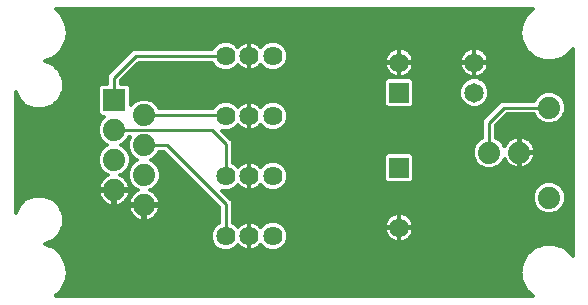
<source format=gbl>
G75*
G70*
%OFA0B0*%
%FSLAX24Y24*%
%IPPOS*%
%LPD*%
%AMOC8*
5,1,8,0,0,1.08239X$1,22.5*
%
%ADD10C,0.0740*%
%ADD11R,0.0740X0.0740*%
%ADD12C,0.0640*%
%ADD13C,0.0650*%
%ADD14R,0.0650X0.0650*%
%ADD15C,0.0120*%
%ADD16C,0.0100*%
D10*
X007892Y003475D03*
X006892Y003975D03*
X007892Y004475D03*
X006892Y004975D03*
X007892Y005475D03*
X006892Y005975D03*
X007892Y006475D03*
X019392Y005225D03*
X020392Y005225D03*
X021392Y006725D03*
X021392Y003725D03*
D11*
X006892Y006975D03*
D12*
X010605Y006442D03*
X011392Y006442D03*
X012179Y006442D03*
X012179Y008442D03*
X011392Y008442D03*
X010605Y008442D03*
X010605Y004442D03*
X011392Y004442D03*
X012179Y004442D03*
X012179Y002442D03*
X011392Y002442D03*
X010605Y002442D03*
D13*
X016392Y002725D03*
X018892Y007225D03*
X018892Y008225D03*
X016392Y008225D03*
D14*
X016392Y007225D03*
X016392Y004725D03*
D15*
X004851Y002288D02*
X004569Y002172D01*
X004874Y002060D01*
X004874Y002060D01*
X005131Y001845D01*
X005131Y001845D01*
X005298Y001555D01*
X005298Y001555D01*
X005357Y001225D01*
X005357Y001225D01*
X005298Y000895D01*
X005298Y000895D01*
X005131Y000605D01*
X005131Y000605D01*
X005131Y000605D01*
X004940Y000445D01*
X020844Y000445D01*
X020653Y000605D01*
X020653Y000605D01*
X020485Y000895D01*
X020485Y000895D01*
X020427Y001225D01*
X020427Y001225D01*
X020485Y001555D01*
X020485Y001555D01*
X020653Y001845D01*
X020653Y001845D01*
X020653Y001845D01*
X020910Y002060D01*
X020910Y002060D01*
X021224Y002175D01*
X021559Y002175D01*
X021874Y002060D01*
X021874Y002060D01*
X022131Y001845D01*
X022131Y001845D01*
X022172Y001774D01*
X022172Y008676D01*
X022131Y008605D01*
X022131Y008605D01*
X022131Y008605D01*
X021874Y008390D01*
X021559Y008275D01*
X021301Y008275D01*
X021224Y008275D01*
X020910Y008390D01*
X020910Y008390D01*
X020653Y008605D01*
X020653Y008605D01*
X020485Y008895D01*
X020485Y008895D01*
X020427Y009225D01*
X020427Y009225D01*
X020485Y009555D01*
X020485Y009555D01*
X020653Y009845D01*
X020653Y009845D01*
X020653Y009845D01*
X020844Y010005D01*
X004940Y010005D01*
X005131Y009845D01*
X005131Y009845D01*
X005298Y009555D01*
X005298Y009555D01*
X005357Y009225D01*
X005357Y009225D01*
X005298Y008895D01*
X005298Y008895D01*
X005131Y008605D01*
X005131Y008605D01*
X005131Y008605D01*
X004874Y008390D01*
X004874Y008390D01*
X004569Y008278D01*
X004851Y008162D01*
X005079Y007934D01*
X005202Y007636D01*
X005202Y007314D01*
X005079Y007016D01*
X004851Y006788D01*
X004553Y006665D01*
X004231Y006665D01*
X003933Y006788D01*
X003705Y007016D01*
X003612Y007242D01*
X003612Y003208D01*
X003705Y003434D01*
X003933Y003662D01*
X004231Y003785D01*
X004553Y003785D01*
X004851Y003662D01*
X005079Y003434D01*
X005202Y003136D01*
X005202Y002814D01*
X005079Y002516D01*
X004851Y002288D01*
X004920Y002358D02*
X010105Y002358D01*
X010105Y002342D02*
X010181Y002158D01*
X010321Y002018D01*
X010505Y001942D01*
X010704Y001942D01*
X010888Y002018D01*
X011015Y002144D01*
X011026Y002129D01*
X011079Y002075D01*
X011140Y002031D01*
X011208Y001997D01*
X011280Y001973D01*
X011354Y001962D01*
X011383Y001962D01*
X011383Y002433D01*
X011401Y002433D01*
X011401Y001962D01*
X011430Y001962D01*
X011504Y001973D01*
X011576Y001997D01*
X011644Y002031D01*
X011705Y002075D01*
X011758Y002129D01*
X011769Y002144D01*
X011896Y002018D01*
X012080Y001942D01*
X012279Y001942D01*
X012463Y002018D01*
X012603Y002158D01*
X012679Y002342D01*
X012679Y002541D01*
X012603Y002725D01*
X012463Y002865D01*
X012279Y002942D01*
X012080Y002942D01*
X011896Y002865D01*
X011769Y002739D01*
X011758Y002754D01*
X011705Y002808D01*
X011644Y002852D01*
X011576Y002886D01*
X011504Y002910D01*
X011430Y002922D01*
X011401Y002922D01*
X011401Y002450D01*
X011383Y002450D01*
X011383Y002922D01*
X011354Y002922D01*
X011280Y002910D01*
X011208Y002886D01*
X011140Y002852D01*
X011079Y002808D01*
X011026Y002754D01*
X011015Y002739D01*
X010888Y002865D01*
X010835Y002887D01*
X010835Y003608D01*
X010498Y003945D01*
X010505Y003942D01*
X010704Y003942D01*
X010888Y004018D01*
X011015Y004144D01*
X011026Y004129D01*
X011079Y004075D01*
X011140Y004031D01*
X011208Y003997D01*
X011280Y003973D01*
X011354Y003962D01*
X011383Y003962D01*
X011383Y004433D01*
X011401Y004433D01*
X011401Y003962D01*
X011430Y003962D01*
X011504Y003973D01*
X011576Y003997D01*
X011644Y004031D01*
X011705Y004075D01*
X011758Y004129D01*
X011769Y004144D01*
X011896Y004018D01*
X012080Y003942D01*
X012279Y003942D01*
X012463Y004018D01*
X012603Y004158D01*
X012679Y004342D01*
X012679Y004541D01*
X012603Y004725D01*
X012463Y004865D01*
X012279Y004942D01*
X012080Y004942D01*
X011896Y004865D01*
X011769Y004739D01*
X011758Y004754D01*
X011705Y004808D01*
X011644Y004852D01*
X011576Y004886D01*
X011504Y004910D01*
X011430Y004922D01*
X011401Y004922D01*
X011401Y004450D01*
X011383Y004450D01*
X011383Y004922D01*
X011354Y004922D01*
X011280Y004910D01*
X011208Y004886D01*
X011140Y004852D01*
X011079Y004808D01*
X011026Y004754D01*
X011015Y004739D01*
X010888Y004865D01*
X010835Y004887D01*
X010835Y005608D01*
X010498Y005945D01*
X010505Y005942D01*
X010704Y005942D01*
X010888Y006018D01*
X011015Y006144D01*
X011026Y006129D01*
X011079Y006075D01*
X011140Y006031D01*
X011208Y005997D01*
X011280Y005973D01*
X011354Y005962D01*
X011383Y005962D01*
X011383Y006433D01*
X011401Y006433D01*
X011401Y005962D01*
X011430Y005962D01*
X011504Y005973D01*
X011576Y005997D01*
X011644Y006031D01*
X011705Y006075D01*
X011758Y006129D01*
X011769Y006144D01*
X011896Y006018D01*
X012080Y005942D01*
X012279Y005942D01*
X012463Y006018D01*
X012603Y006158D01*
X012679Y006342D01*
X012679Y006541D01*
X012603Y006725D01*
X012463Y006865D01*
X012279Y006942D01*
X012080Y006942D01*
X011896Y006865D01*
X011769Y006739D01*
X011758Y006754D01*
X011705Y006808D01*
X011644Y006852D01*
X011576Y006886D01*
X011504Y006910D01*
X011430Y006922D01*
X011401Y006922D01*
X011401Y006450D01*
X011383Y006450D01*
X011383Y006922D01*
X011354Y006922D01*
X011280Y006910D01*
X011208Y006886D01*
X011140Y006852D01*
X011079Y006808D01*
X011026Y006754D01*
X011015Y006739D01*
X010888Y006865D01*
X010704Y006942D01*
X010505Y006942D01*
X010321Y006865D01*
X010181Y006725D01*
X010173Y006705D01*
X008392Y006705D01*
X008358Y006787D01*
X008204Y006941D01*
X008001Y007025D01*
X007783Y007025D01*
X007580Y006941D01*
X007442Y006803D01*
X007442Y007420D01*
X007337Y007525D01*
X007122Y007525D01*
X007122Y007630D01*
X007704Y008212D01*
X010159Y008212D01*
X010181Y008158D01*
X010321Y008018D01*
X010505Y007942D01*
X010704Y007942D01*
X010888Y008018D01*
X011015Y008144D01*
X011026Y008129D01*
X011079Y008075D01*
X011140Y008031D01*
X011208Y007997D01*
X011280Y007973D01*
X011354Y007962D01*
X011383Y007962D01*
X011383Y008433D01*
X011401Y008433D01*
X011401Y007962D01*
X011430Y007962D01*
X011504Y007973D01*
X011576Y007997D01*
X011644Y008031D01*
X011705Y008075D01*
X011758Y008129D01*
X011769Y008144D01*
X011896Y008018D01*
X012080Y007942D01*
X012279Y007942D01*
X012463Y008018D01*
X012603Y008158D01*
X012679Y008342D01*
X012679Y008541D01*
X012603Y008725D01*
X012463Y008865D01*
X012279Y008942D01*
X012080Y008942D01*
X011896Y008865D01*
X011769Y008739D01*
X011758Y008754D01*
X011705Y008808D01*
X011644Y008852D01*
X011576Y008886D01*
X011504Y008910D01*
X011430Y008922D01*
X011401Y008922D01*
X011401Y008450D01*
X011383Y008450D01*
X011383Y008922D01*
X011354Y008922D01*
X011280Y008910D01*
X011208Y008886D01*
X011140Y008852D01*
X011079Y008808D01*
X011026Y008754D01*
X011015Y008739D01*
X010888Y008865D01*
X010704Y008942D01*
X010505Y008942D01*
X010321Y008865D01*
X010181Y008725D01*
X010159Y008672D01*
X007513Y008672D01*
X006662Y007820D01*
X006662Y007525D01*
X006447Y007525D01*
X006342Y007420D01*
X006342Y006530D01*
X006447Y006425D01*
X006564Y006425D01*
X006426Y006287D01*
X006342Y006084D01*
X006342Y005866D01*
X006426Y005663D01*
X006580Y005509D01*
X006662Y005475D01*
X006580Y005441D01*
X006426Y005287D01*
X006342Y005084D01*
X006342Y004866D01*
X006426Y004663D01*
X006580Y004509D01*
X006686Y004465D01*
X006614Y004428D01*
X006547Y004379D01*
X006488Y004320D01*
X006439Y004253D01*
X006401Y004178D01*
X006375Y004099D01*
X006362Y004017D01*
X003612Y004017D01*
X003612Y003899D02*
X006367Y003899D01*
X006362Y003933D02*
X006375Y003851D01*
X006401Y003772D01*
X006439Y003697D01*
X006488Y003630D01*
X006547Y003571D01*
X006614Y003522D01*
X006689Y003484D01*
X006768Y003458D01*
X006850Y003445D01*
X006854Y003445D01*
X006854Y003937D01*
X006930Y003937D01*
X006930Y004013D01*
X007422Y004013D01*
X007422Y004017D01*
X007572Y004017D01*
X007580Y004009D02*
X007686Y003965D01*
X007614Y003928D01*
X007547Y003879D01*
X007488Y003820D01*
X007439Y003753D01*
X007401Y003678D01*
X007375Y003599D01*
X007362Y003517D01*
X007362Y003513D01*
X007854Y003513D01*
X007854Y003437D01*
X007930Y003437D01*
X007930Y003513D01*
X008422Y003513D01*
X008422Y003517D01*
X008409Y003599D01*
X008383Y003678D01*
X008345Y003753D01*
X008296Y003820D01*
X008237Y003879D01*
X008170Y003928D01*
X008098Y003965D01*
X008204Y004009D01*
X008358Y004163D01*
X008442Y004366D01*
X008442Y004584D01*
X008358Y004787D01*
X008204Y004941D01*
X008122Y004975D01*
X008204Y005009D01*
X008358Y005163D01*
X008392Y005245D01*
X008547Y005245D01*
X010375Y003417D01*
X010375Y002887D01*
X010321Y002865D01*
X010181Y002725D01*
X010105Y002541D01*
X010105Y002342D01*
X010147Y002240D02*
X004733Y002240D01*
X004708Y002121D02*
X010218Y002121D01*
X010358Y002003D02*
X004943Y002003D01*
X005085Y001884D02*
X020699Y001884D01*
X020841Y002003D02*
X012426Y002003D01*
X012566Y002121D02*
X021076Y002121D01*
X021708Y002121D02*
X022172Y002121D01*
X022172Y002003D02*
X021943Y002003D01*
X022085Y001884D02*
X022172Y001884D01*
X022172Y002240D02*
X012637Y002240D01*
X012679Y002358D02*
X016073Y002358D01*
X016076Y002355D02*
X016138Y002310D01*
X016206Y002276D01*
X016278Y002252D01*
X016354Y002240D01*
X016383Y002240D01*
X016383Y002716D01*
X016401Y002716D01*
X016401Y002734D01*
X016877Y002734D01*
X016877Y002763D01*
X016865Y002839D01*
X016841Y002911D01*
X016807Y002979D01*
X016762Y003041D01*
X016708Y003095D01*
X016646Y003140D01*
X016578Y003174D01*
X016506Y003198D01*
X016430Y003210D01*
X016401Y003210D01*
X016401Y002734D01*
X016383Y002734D01*
X016383Y003210D01*
X016354Y003210D01*
X016278Y003198D01*
X016206Y003174D01*
X016138Y003140D01*
X016076Y003095D01*
X016022Y003041D01*
X015977Y002979D01*
X015943Y002911D01*
X015919Y002839D01*
X015907Y002763D01*
X015907Y002734D01*
X016383Y002734D01*
X016383Y002716D01*
X015907Y002716D01*
X015907Y002687D01*
X015919Y002611D01*
X015943Y002539D01*
X015977Y002471D01*
X016022Y002409D01*
X016076Y002355D01*
X015974Y002477D02*
X012679Y002477D01*
X012657Y002595D02*
X015924Y002595D01*
X015907Y002714D02*
X012608Y002714D01*
X012496Y002832D02*
X015918Y002832D01*
X015963Y002951D02*
X010835Y002951D01*
X010835Y003069D02*
X016050Y003069D01*
X016246Y003188D02*
X010835Y003188D01*
X010835Y003306D02*
X021033Y003306D01*
X021080Y003259D02*
X021283Y003175D01*
X021501Y003175D01*
X021704Y003259D01*
X021858Y003413D01*
X021942Y003616D01*
X021942Y003834D01*
X021858Y004037D01*
X021704Y004191D01*
X021501Y004275D01*
X021283Y004275D01*
X021080Y004191D01*
X020926Y004037D01*
X020842Y003834D01*
X020842Y003616D01*
X020926Y003413D01*
X021080Y003259D01*
X021252Y003188D02*
X016538Y003188D01*
X016401Y003188D02*
X016383Y003188D01*
X016383Y003069D02*
X016401Y003069D01*
X016401Y002951D02*
X016383Y002951D01*
X016383Y002832D02*
X016401Y002832D01*
X016401Y002716D02*
X016877Y002716D01*
X016877Y002687D01*
X016865Y002611D01*
X016841Y002539D01*
X016807Y002471D01*
X016762Y002409D01*
X016708Y002355D01*
X016646Y002310D01*
X016578Y002276D01*
X016506Y002252D01*
X016430Y002240D01*
X016401Y002240D01*
X016401Y002716D01*
X016401Y002714D02*
X016383Y002714D01*
X016383Y002595D02*
X016401Y002595D01*
X016401Y002477D02*
X016383Y002477D01*
X016383Y002358D02*
X016401Y002358D01*
X016711Y002358D02*
X022172Y002358D01*
X022172Y002477D02*
X016810Y002477D01*
X016860Y002595D02*
X022172Y002595D01*
X022172Y002714D02*
X016877Y002714D01*
X016866Y002832D02*
X022172Y002832D01*
X022172Y002951D02*
X016821Y002951D01*
X016734Y003069D02*
X022172Y003069D01*
X022172Y003188D02*
X021532Y003188D01*
X021751Y003306D02*
X022172Y003306D01*
X022172Y003425D02*
X021863Y003425D01*
X021912Y003543D02*
X022172Y003543D01*
X022172Y003662D02*
X021942Y003662D01*
X021942Y003780D02*
X022172Y003780D01*
X022172Y003899D02*
X021915Y003899D01*
X021866Y004017D02*
X022172Y004017D01*
X022172Y004136D02*
X021759Y004136D01*
X021552Y004254D02*
X022172Y004254D01*
X022172Y004373D02*
X016897Y004373D01*
X016897Y004325D02*
X016897Y005125D01*
X016792Y005230D01*
X015992Y005230D01*
X015887Y005125D01*
X015887Y004325D01*
X015992Y004220D01*
X016792Y004220D01*
X016897Y004325D01*
X016826Y004254D02*
X021232Y004254D01*
X021025Y004136D02*
X012580Y004136D01*
X012643Y004254D02*
X015958Y004254D01*
X015887Y004373D02*
X012679Y004373D01*
X012679Y004491D02*
X015887Y004491D01*
X015887Y004610D02*
X012651Y004610D01*
X012600Y004728D02*
X015887Y004728D01*
X015887Y004847D02*
X012482Y004847D01*
X011877Y004847D02*
X011651Y004847D01*
X011401Y004847D02*
X011383Y004847D01*
X011383Y004728D02*
X011401Y004728D01*
X011401Y004610D02*
X011383Y004610D01*
X011383Y004491D02*
X011401Y004491D01*
X011401Y004373D02*
X011383Y004373D01*
X011383Y004254D02*
X011401Y004254D01*
X011401Y004136D02*
X011383Y004136D01*
X011383Y004017D02*
X011401Y004017D01*
X011616Y004017D02*
X011898Y004017D01*
X011778Y004136D02*
X011763Y004136D01*
X011168Y004017D02*
X010886Y004017D01*
X011006Y004136D02*
X011021Y004136D01*
X010544Y003899D02*
X020869Y003899D01*
X020842Y003780D02*
X010662Y003780D01*
X010781Y003662D02*
X020842Y003662D01*
X020872Y003543D02*
X010835Y003543D01*
X010835Y003425D02*
X020921Y003425D01*
X020918Y004017D02*
X012461Y004017D01*
X011133Y004847D02*
X010907Y004847D01*
X010835Y004965D02*
X015887Y004965D01*
X015887Y005084D02*
X010835Y005084D01*
X010835Y005202D02*
X015964Y005202D01*
X016820Y005202D02*
X018842Y005202D01*
X018842Y005116D02*
X018926Y004913D01*
X019080Y004759D01*
X019283Y004675D01*
X019501Y004675D01*
X019704Y004759D01*
X019858Y004913D01*
X019902Y005019D01*
X019939Y004947D01*
X019988Y004880D01*
X020047Y004821D01*
X020114Y004772D01*
X020189Y004734D01*
X020268Y004708D01*
X020350Y004695D01*
X020372Y004695D01*
X020372Y005205D01*
X020412Y005205D01*
X020412Y005245D01*
X020922Y005245D01*
X020922Y005267D01*
X020909Y005349D01*
X020883Y005428D01*
X020845Y005503D01*
X020796Y005570D01*
X020737Y005629D01*
X020670Y005678D01*
X020595Y005716D01*
X020516Y005742D01*
X020434Y005755D01*
X020412Y005755D01*
X020412Y005245D01*
X020372Y005245D01*
X020372Y005755D01*
X020350Y005755D01*
X020268Y005742D01*
X020189Y005716D01*
X020114Y005678D01*
X020047Y005629D01*
X019988Y005570D01*
X019939Y005503D01*
X019902Y005431D01*
X019858Y005537D01*
X019704Y005691D01*
X019622Y005725D01*
X019622Y006130D01*
X019987Y006495D01*
X020892Y006495D01*
X020926Y006413D01*
X021080Y006259D01*
X021283Y006175D01*
X021501Y006175D01*
X021704Y006259D01*
X021858Y006413D01*
X021942Y006616D01*
X021942Y006834D01*
X021858Y007037D01*
X021704Y007191D01*
X021501Y007275D01*
X021283Y007275D01*
X021080Y007191D01*
X020926Y007037D01*
X020892Y006955D01*
X019797Y006955D01*
X019662Y006820D01*
X019162Y006320D01*
X019162Y005725D01*
X019080Y005691D01*
X018926Y005537D01*
X018842Y005334D01*
X018842Y005116D01*
X018855Y005084D02*
X016897Y005084D01*
X016897Y004965D02*
X018904Y004965D01*
X018993Y004847D02*
X016897Y004847D01*
X016897Y004728D02*
X019155Y004728D01*
X019629Y004728D02*
X020206Y004728D01*
X020372Y004728D02*
X020412Y004728D01*
X020412Y004695D02*
X020434Y004695D01*
X020516Y004708D01*
X020595Y004734D01*
X020670Y004772D01*
X020737Y004821D01*
X020796Y004880D01*
X020845Y004947D01*
X020883Y005022D01*
X020909Y005101D01*
X020922Y005183D01*
X020922Y005205D01*
X020412Y005205D01*
X020412Y004695D01*
X020578Y004728D02*
X022172Y004728D01*
X022172Y004610D02*
X016897Y004610D01*
X016897Y004491D02*
X022172Y004491D01*
X022172Y004847D02*
X020763Y004847D01*
X020854Y004965D02*
X022172Y004965D01*
X022172Y005084D02*
X020903Y005084D01*
X020922Y005202D02*
X022172Y005202D01*
X022172Y005321D02*
X020913Y005321D01*
X020878Y005439D02*
X022172Y005439D01*
X022172Y005558D02*
X020806Y005558D01*
X020673Y005676D02*
X022172Y005676D01*
X022172Y005795D02*
X019622Y005795D01*
X019622Y005913D02*
X022172Y005913D01*
X022172Y006032D02*
X019622Y006032D01*
X019642Y006150D02*
X022172Y006150D01*
X022172Y006269D02*
X021713Y006269D01*
X021832Y006387D02*
X022172Y006387D01*
X022172Y006506D02*
X021896Y006506D01*
X021942Y006624D02*
X022172Y006624D01*
X022172Y006743D02*
X021942Y006743D01*
X021931Y006861D02*
X022172Y006861D01*
X022172Y006980D02*
X021882Y006980D01*
X021797Y007098D02*
X022172Y007098D01*
X022172Y007217D02*
X021643Y007217D01*
X021141Y007217D02*
X019397Y007217D01*
X019397Y007125D02*
X019320Y006939D01*
X019178Y006797D01*
X018992Y006720D01*
X018792Y006720D01*
X018606Y006797D01*
X018464Y006939D01*
X018387Y007125D01*
X018387Y007325D01*
X018464Y007511D01*
X018606Y007653D01*
X018792Y007730D01*
X018992Y007730D01*
X019178Y007653D01*
X019320Y007511D01*
X019397Y007325D01*
X019397Y007125D01*
X019386Y007098D02*
X020987Y007098D01*
X020902Y006980D02*
X019337Y006980D01*
X019242Y006861D02*
X019703Y006861D01*
X019584Y006743D02*
X019047Y006743D01*
X019466Y006624D02*
X012645Y006624D01*
X012679Y006506D02*
X019347Y006506D01*
X019229Y006387D02*
X012679Y006387D01*
X012649Y006269D02*
X019162Y006269D01*
X019162Y006150D02*
X012595Y006150D01*
X012476Y006032D02*
X019162Y006032D01*
X019162Y005913D02*
X010529Y005913D01*
X010648Y005795D02*
X019162Y005795D01*
X019065Y005676D02*
X010766Y005676D01*
X010835Y005558D02*
X018947Y005558D01*
X018885Y005439D02*
X010835Y005439D01*
X010835Y005321D02*
X018842Y005321D01*
X019719Y005676D02*
X020111Y005676D01*
X019978Y005558D02*
X019837Y005558D01*
X019899Y005439D02*
X019906Y005439D01*
X020372Y005439D02*
X020412Y005439D01*
X020412Y005558D02*
X020372Y005558D01*
X020372Y005676D02*
X020412Y005676D01*
X020412Y005321D02*
X020372Y005321D01*
X020372Y005202D02*
X020412Y005202D01*
X020412Y005084D02*
X020372Y005084D01*
X020372Y004965D02*
X020412Y004965D01*
X020412Y004847D02*
X020372Y004847D01*
X020021Y004847D02*
X019791Y004847D01*
X019880Y004965D02*
X019930Y004965D01*
X019761Y006269D02*
X021071Y006269D01*
X020952Y006387D02*
X019879Y006387D01*
X018737Y006743D02*
X016814Y006743D01*
X016792Y006720D02*
X016897Y006825D01*
X016897Y007625D01*
X016792Y007730D01*
X015992Y007730D01*
X015887Y007625D01*
X015887Y006825D01*
X015992Y006720D01*
X016792Y006720D01*
X016897Y006861D02*
X018542Y006861D01*
X018447Y006980D02*
X016897Y006980D01*
X016897Y007098D02*
X018398Y007098D01*
X018387Y007217D02*
X016897Y007217D01*
X016897Y007335D02*
X018391Y007335D01*
X018440Y007454D02*
X016897Y007454D01*
X016897Y007572D02*
X018525Y007572D01*
X018696Y007691D02*
X016831Y007691D01*
X016708Y007855D02*
X016646Y007810D01*
X016578Y007776D01*
X016506Y007752D01*
X016430Y007740D01*
X016401Y007740D01*
X016401Y008216D01*
X016401Y008234D01*
X016877Y008234D01*
X016877Y008263D01*
X016865Y008339D01*
X016841Y008411D01*
X016807Y008479D01*
X016762Y008541D01*
X016708Y008595D01*
X016646Y008640D01*
X016578Y008674D01*
X016506Y008698D01*
X016430Y008710D01*
X016401Y008710D01*
X016401Y008234D01*
X016383Y008234D01*
X016383Y008710D01*
X016354Y008710D01*
X016278Y008698D01*
X016206Y008674D01*
X016138Y008640D01*
X016076Y008595D01*
X016022Y008541D01*
X015977Y008479D01*
X015943Y008411D01*
X015919Y008339D01*
X015907Y008263D01*
X015907Y008234D01*
X016383Y008234D01*
X016383Y008216D01*
X016401Y008216D01*
X016877Y008216D01*
X016877Y008187D01*
X016865Y008111D01*
X016841Y008039D01*
X016807Y007971D01*
X016762Y007909D01*
X016708Y007855D01*
X016644Y007809D02*
X018640Y007809D01*
X018638Y007810D02*
X018706Y007776D01*
X018778Y007752D01*
X018854Y007740D01*
X018883Y007740D01*
X018883Y008216D01*
X018901Y008216D01*
X018901Y008234D01*
X019377Y008234D01*
X019377Y008263D01*
X019365Y008339D01*
X019341Y008411D01*
X019307Y008479D01*
X019262Y008541D01*
X019208Y008595D01*
X019146Y008640D01*
X019078Y008674D01*
X019006Y008698D01*
X018930Y008710D01*
X018901Y008710D01*
X018901Y008234D01*
X018883Y008234D01*
X018883Y008710D01*
X018854Y008710D01*
X018778Y008698D01*
X018706Y008674D01*
X018638Y008640D01*
X018576Y008595D01*
X018522Y008541D01*
X018477Y008479D01*
X018443Y008411D01*
X018419Y008339D01*
X018407Y008263D01*
X018407Y008234D01*
X018883Y008234D01*
X018883Y008216D01*
X018407Y008216D01*
X018407Y008187D01*
X018419Y008111D01*
X018443Y008039D01*
X018477Y007971D01*
X018522Y007909D01*
X018576Y007855D01*
X018638Y007810D01*
X018509Y007928D02*
X016775Y007928D01*
X016844Y008046D02*
X018440Y008046D01*
X018411Y008165D02*
X016873Y008165D01*
X016874Y008283D02*
X018410Y008283D01*
X018439Y008402D02*
X016845Y008402D01*
X016777Y008520D02*
X018507Y008520D01*
X018636Y008639D02*
X016648Y008639D01*
X016401Y008639D02*
X016383Y008639D01*
X016383Y008520D02*
X016401Y008520D01*
X016401Y008402D02*
X016383Y008402D01*
X016383Y008283D02*
X016401Y008283D01*
X016383Y008216D02*
X015907Y008216D01*
X015907Y008187D01*
X015919Y008111D01*
X015943Y008039D01*
X015977Y007971D01*
X016022Y007909D01*
X016076Y007855D01*
X016138Y007810D01*
X016206Y007776D01*
X016278Y007752D01*
X016354Y007740D01*
X016383Y007740D01*
X016383Y008216D01*
X016383Y008165D02*
X016401Y008165D01*
X016401Y008046D02*
X016383Y008046D01*
X016383Y007928D02*
X016401Y007928D01*
X016401Y007809D02*
X016383Y007809D01*
X016140Y007809D02*
X007301Y007809D01*
X007183Y007691D02*
X015953Y007691D01*
X015887Y007572D02*
X007122Y007572D01*
X007408Y007454D02*
X015887Y007454D01*
X015887Y007335D02*
X007442Y007335D01*
X007442Y007217D02*
X015887Y007217D01*
X015887Y007098D02*
X007442Y007098D01*
X007442Y006980D02*
X007673Y006980D01*
X007500Y006861D02*
X007442Y006861D01*
X008111Y006980D02*
X015887Y006980D01*
X015887Y006861D02*
X012467Y006861D01*
X012585Y006743D02*
X015970Y006743D01*
X016009Y007928D02*
X007420Y007928D01*
X007538Y008046D02*
X010293Y008046D01*
X010178Y008165D02*
X007657Y008165D01*
X007243Y008402D02*
X004889Y008402D01*
X005030Y008520D02*
X007362Y008520D01*
X007480Y008639D02*
X005150Y008639D01*
X005219Y008757D02*
X010213Y008757D01*
X010346Y008876D02*
X005287Y008876D01*
X005316Y008994D02*
X020468Y008994D01*
X020447Y009113D02*
X005337Y009113D01*
X005356Y009231D02*
X020428Y009231D01*
X020449Y009350D02*
X005335Y009350D01*
X005314Y009468D02*
X020470Y009468D01*
X020504Y009587D02*
X005280Y009587D01*
X005212Y009705D02*
X020572Y009705D01*
X020641Y009824D02*
X005143Y009824D01*
X005015Y009942D02*
X020769Y009942D01*
X020497Y008876D02*
X012438Y008876D01*
X012571Y008757D02*
X020565Y008757D01*
X020634Y008639D02*
X019148Y008639D01*
X019277Y008520D02*
X020754Y008520D01*
X020895Y008402D02*
X019345Y008402D01*
X019374Y008283D02*
X021202Y008283D01*
X021582Y008283D02*
X022172Y008283D01*
X022172Y008165D02*
X019373Y008165D01*
X019377Y008187D02*
X019377Y008216D01*
X018901Y008216D01*
X018901Y007740D01*
X018930Y007740D01*
X019006Y007752D01*
X019078Y007776D01*
X019146Y007810D01*
X019208Y007855D01*
X019262Y007909D01*
X019307Y007971D01*
X019341Y008039D01*
X019365Y008111D01*
X019377Y008187D01*
X019344Y008046D02*
X022172Y008046D01*
X022172Y007928D02*
X019275Y007928D01*
X019144Y007809D02*
X022172Y007809D01*
X022172Y007691D02*
X019088Y007691D01*
X019259Y007572D02*
X022172Y007572D01*
X022172Y007454D02*
X019344Y007454D01*
X019393Y007335D02*
X022172Y007335D01*
X022172Y008402D02*
X021889Y008402D01*
X022030Y008520D02*
X022172Y008520D01*
X022172Y008639D02*
X022150Y008639D01*
X018901Y008639D02*
X018883Y008639D01*
X018883Y008520D02*
X018901Y008520D01*
X018901Y008402D02*
X018883Y008402D01*
X018883Y008283D02*
X018901Y008283D01*
X018901Y008165D02*
X018883Y008165D01*
X018883Y008046D02*
X018901Y008046D01*
X018901Y007928D02*
X018883Y007928D01*
X018883Y007809D02*
X018901Y007809D01*
X016136Y008639D02*
X012639Y008639D01*
X012679Y008520D02*
X016007Y008520D01*
X015939Y008402D02*
X012679Y008402D01*
X012655Y008283D02*
X015910Y008283D01*
X015911Y008165D02*
X012606Y008165D01*
X012491Y008046D02*
X015940Y008046D01*
X011868Y008046D02*
X011664Y008046D01*
X011401Y008046D02*
X011383Y008046D01*
X011383Y008165D02*
X011401Y008165D01*
X011401Y008283D02*
X011383Y008283D01*
X011383Y008402D02*
X011401Y008402D01*
X011401Y008520D02*
X011383Y008520D01*
X011383Y008639D02*
X011401Y008639D01*
X011401Y008757D02*
X011383Y008757D01*
X011383Y008876D02*
X011401Y008876D01*
X011598Y008876D02*
X011921Y008876D01*
X011788Y008757D02*
X011755Y008757D01*
X011186Y008876D02*
X010863Y008876D01*
X010996Y008757D02*
X011029Y008757D01*
X011120Y008046D02*
X010916Y008046D01*
X010892Y006861D02*
X011158Y006861D01*
X011017Y006743D02*
X011011Y006743D01*
X011383Y006743D02*
X011401Y006743D01*
X011401Y006861D02*
X011383Y006861D01*
X011626Y006861D02*
X011892Y006861D01*
X011773Y006743D02*
X011767Y006743D01*
X011401Y006624D02*
X011383Y006624D01*
X011383Y006506D02*
X011401Y006506D01*
X011401Y006387D02*
X011383Y006387D01*
X011383Y006269D02*
X011401Y006269D01*
X011401Y006150D02*
X011383Y006150D01*
X011383Y006032D02*
X011401Y006032D01*
X011644Y006032D02*
X011882Y006032D01*
X011140Y006032D02*
X010902Y006032D01*
X010198Y006743D02*
X008376Y006743D01*
X008284Y006861D02*
X010317Y006861D01*
X007408Y005745D02*
X007342Y005584D01*
X007342Y005366D01*
X007426Y005163D01*
X007580Y005009D01*
X007662Y004975D01*
X007580Y004941D01*
X007426Y004787D01*
X007342Y004584D01*
X007342Y004366D01*
X007426Y004163D01*
X007580Y004009D01*
X007573Y003899D02*
X007416Y003899D01*
X007422Y003933D02*
X007422Y003937D01*
X006930Y003937D01*
X006930Y003445D01*
X006934Y003445D01*
X007016Y003458D01*
X007095Y003484D01*
X007170Y003522D01*
X007237Y003571D01*
X007296Y003630D01*
X007345Y003697D01*
X007383Y003772D01*
X007409Y003851D01*
X007422Y003933D01*
X007422Y004017D02*
X007409Y004099D01*
X007383Y004178D01*
X007345Y004253D01*
X007296Y004320D01*
X007237Y004379D01*
X007170Y004428D01*
X007098Y004465D01*
X007204Y004509D01*
X007358Y004663D01*
X007442Y004866D01*
X007442Y005084D01*
X007358Y005287D01*
X007204Y005441D01*
X007122Y005475D01*
X007204Y005509D01*
X007358Y005663D01*
X007392Y005745D01*
X007408Y005745D01*
X007380Y005676D02*
X007363Y005676D01*
X007342Y005558D02*
X007252Y005558D01*
X007206Y005439D02*
X007342Y005439D01*
X007324Y005321D02*
X007361Y005321D01*
X007393Y005202D02*
X007410Y005202D01*
X007442Y005084D02*
X007506Y005084D01*
X007442Y004965D02*
X007638Y004965D01*
X007486Y004847D02*
X007434Y004847D01*
X007401Y004728D02*
X007385Y004728D01*
X007352Y004610D02*
X007304Y004610D01*
X007342Y004491D02*
X007161Y004491D01*
X007244Y004373D02*
X007342Y004373D01*
X007344Y004254D02*
X007388Y004254D01*
X007397Y004136D02*
X007454Y004136D01*
X007458Y003780D02*
X007386Y003780D01*
X007395Y003662D02*
X007319Y003662D01*
X007366Y003543D02*
X007199Y003543D01*
X007362Y003437D02*
X007362Y003433D01*
X007375Y003351D01*
X007401Y003272D01*
X007439Y003197D01*
X007488Y003130D01*
X007547Y003071D01*
X007614Y003022D01*
X007689Y002984D01*
X007768Y002958D01*
X007850Y002945D01*
X007854Y002945D01*
X007854Y003437D01*
X007362Y003437D01*
X007363Y003425D02*
X005082Y003425D01*
X005132Y003306D02*
X007390Y003306D01*
X007446Y003188D02*
X005181Y003188D01*
X005202Y003069D02*
X007549Y003069D01*
X007815Y002951D02*
X005202Y002951D01*
X005202Y002832D02*
X010288Y002832D01*
X010375Y002951D02*
X007968Y002951D01*
X007934Y002945D02*
X008016Y002958D01*
X008095Y002984D01*
X008170Y003022D01*
X008237Y003071D01*
X008296Y003130D01*
X008345Y003197D01*
X008383Y003272D01*
X008409Y003351D01*
X008422Y003433D01*
X008422Y003437D01*
X007930Y003437D01*
X007930Y002945D01*
X007934Y002945D01*
X007930Y002951D02*
X007854Y002951D01*
X007854Y003069D02*
X007930Y003069D01*
X007930Y003188D02*
X007854Y003188D01*
X007854Y003306D02*
X007930Y003306D01*
X007930Y003425D02*
X007854Y003425D01*
X008338Y003188D02*
X010375Y003188D01*
X010375Y003306D02*
X008394Y003306D01*
X008421Y003425D02*
X010367Y003425D01*
X010249Y003543D02*
X008418Y003543D01*
X008389Y003662D02*
X010130Y003662D01*
X010012Y003780D02*
X008325Y003780D01*
X008211Y003899D02*
X009893Y003899D01*
X009775Y004017D02*
X008212Y004017D01*
X008330Y004136D02*
X009656Y004136D01*
X009538Y004254D02*
X008396Y004254D01*
X008442Y004373D02*
X009419Y004373D01*
X009301Y004491D02*
X008442Y004491D01*
X008432Y004610D02*
X009182Y004610D01*
X009064Y004728D02*
X008382Y004728D01*
X008298Y004847D02*
X008945Y004847D01*
X008827Y004965D02*
X008146Y004965D01*
X008278Y005084D02*
X008708Y005084D01*
X008590Y005202D02*
X008374Y005202D01*
X006578Y005439D02*
X003612Y005439D01*
X003612Y005558D02*
X006532Y005558D01*
X006420Y005676D02*
X003612Y005676D01*
X003612Y005795D02*
X006371Y005795D01*
X006342Y005913D02*
X003612Y005913D01*
X003612Y006032D02*
X006342Y006032D01*
X006369Y006150D02*
X003612Y006150D01*
X003612Y006269D02*
X006418Y006269D01*
X006526Y006387D02*
X003612Y006387D01*
X003612Y006506D02*
X006367Y006506D01*
X006342Y006624D02*
X003612Y006624D01*
X003612Y006743D02*
X004044Y006743D01*
X003861Y006861D02*
X003612Y006861D01*
X003612Y006980D02*
X003742Y006980D01*
X003671Y007098D02*
X003612Y007098D01*
X003612Y007217D02*
X003622Y007217D01*
X004740Y006743D02*
X006342Y006743D01*
X006342Y006861D02*
X004923Y006861D01*
X005042Y006980D02*
X006342Y006980D01*
X006342Y007098D02*
X005112Y007098D01*
X005162Y007217D02*
X006342Y007217D01*
X006342Y007335D02*
X005202Y007335D01*
X005202Y007454D02*
X006376Y007454D01*
X006662Y007572D02*
X005202Y007572D01*
X005179Y007691D02*
X006662Y007691D01*
X006662Y007809D02*
X005130Y007809D01*
X005081Y007928D02*
X006769Y007928D01*
X006888Y008046D02*
X004966Y008046D01*
X004844Y008165D02*
X007006Y008165D01*
X007125Y008283D02*
X004581Y008283D01*
X003612Y005321D02*
X006460Y005321D01*
X006391Y005202D02*
X003612Y005202D01*
X003612Y005084D02*
X006342Y005084D01*
X006342Y004965D02*
X003612Y004965D01*
X003612Y004847D02*
X006350Y004847D01*
X006399Y004728D02*
X003612Y004728D01*
X003612Y004610D02*
X006480Y004610D01*
X006623Y004491D02*
X003612Y004491D01*
X003612Y004373D02*
X006540Y004373D01*
X006440Y004254D02*
X003612Y004254D01*
X003612Y004136D02*
X006387Y004136D01*
X006362Y004017D02*
X006362Y004013D01*
X006854Y004013D01*
X006854Y003937D01*
X006362Y003937D01*
X006362Y003933D01*
X006398Y003780D02*
X004565Y003780D01*
X004851Y003662D02*
X006465Y003662D01*
X006585Y003543D02*
X004969Y003543D01*
X004219Y003780D02*
X003612Y003780D01*
X003612Y003662D02*
X003933Y003662D01*
X003815Y003543D02*
X003612Y003543D01*
X003612Y003425D02*
X003702Y003425D01*
X003652Y003306D02*
X003612Y003306D01*
X005160Y002714D02*
X010176Y002714D01*
X010127Y002595D02*
X005111Y002595D01*
X005039Y002477D02*
X010105Y002477D01*
X010851Y002003D02*
X011196Y002003D01*
X011383Y002003D02*
X011401Y002003D01*
X011401Y002121D02*
X011383Y002121D01*
X011383Y002240D02*
X011401Y002240D01*
X011401Y002358D02*
X011383Y002358D01*
X011383Y002477D02*
X011401Y002477D01*
X011401Y002595D02*
X011383Y002595D01*
X011383Y002714D02*
X011401Y002714D01*
X011401Y002832D02*
X011383Y002832D01*
X011671Y002832D02*
X011863Y002832D01*
X011113Y002832D02*
X010921Y002832D01*
X010375Y003069D02*
X008235Y003069D01*
X006930Y003543D02*
X006854Y003543D01*
X006854Y003662D02*
X006930Y003662D01*
X006930Y003780D02*
X006854Y003780D01*
X006854Y003899D02*
X006930Y003899D01*
X010991Y002121D02*
X011034Y002121D01*
X011588Y002003D02*
X011933Y002003D01*
X011793Y002121D02*
X011750Y002121D01*
X005345Y001292D02*
X020439Y001292D01*
X020436Y001173D02*
X005347Y001173D01*
X005327Y001055D02*
X020457Y001055D01*
X020478Y000936D02*
X005306Y000936D01*
X005254Y000818D02*
X020530Y000818D01*
X020599Y000699D02*
X005185Y000699D01*
X005102Y000581D02*
X020682Y000581D01*
X020823Y000462D02*
X004961Y000462D01*
X005324Y001410D02*
X020460Y001410D01*
X020481Y001529D02*
X005303Y001529D01*
X005245Y001647D02*
X020539Y001647D01*
X020607Y001766D02*
X005177Y001766D01*
D16*
X008642Y005475D02*
X010605Y003512D01*
X010605Y002442D01*
X010605Y004442D02*
X010605Y005512D01*
X010142Y005975D01*
X006892Y005975D01*
X007892Y005475D02*
X008642Y005475D01*
X007892Y006475D02*
X010571Y006475D01*
X010605Y006442D01*
X007609Y008442D02*
X006892Y007725D01*
X006892Y006975D01*
X007609Y008442D02*
X010605Y008442D01*
X019392Y006225D02*
X019392Y005225D01*
X019392Y006225D02*
X019892Y006725D01*
X021392Y006725D01*
M02*

</source>
